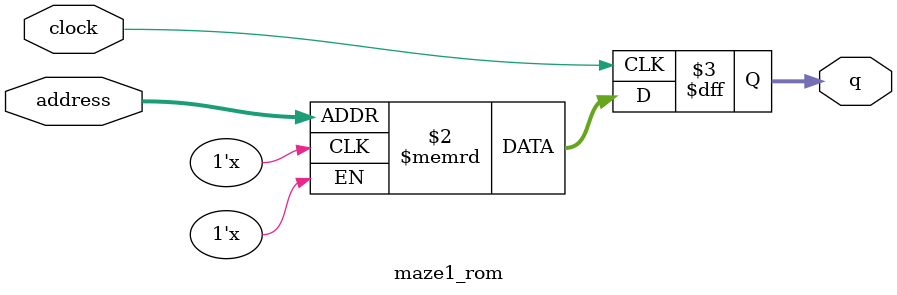
<source format=sv>
module maze1_rom (
	input logic clock,
	input logic [12:0] address,
	output logic [11:0] q
);

logic [11:0] memory [0:4499] /* synthesis ram_init_file = "./maze1/maze1.mif" */;

always_ff @ (posedge clock) begin
	q <= memory[address];
end

endmodule

</source>
